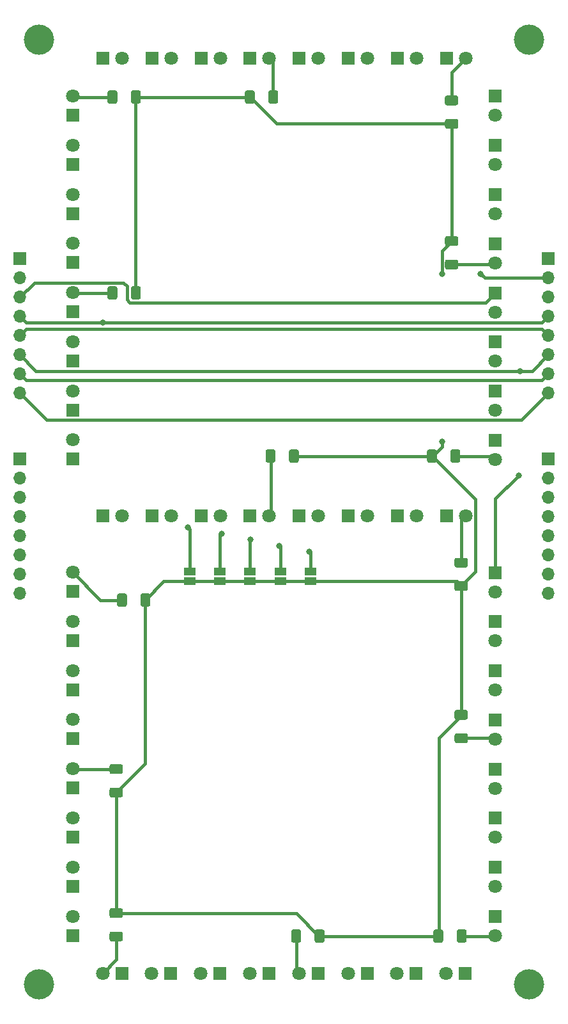
<source format=gbr>
%TF.GenerationSoftware,KiCad,Pcbnew,5.1.7-a382d34a8~87~ubuntu20.04.1*%
%TF.CreationDate,2020-10-21T09:53:45+02:00*%
%TF.ProjectId,7segment_part,37736567-6d65-46e7-945f-706172742e6b,rev?*%
%TF.SameCoordinates,Original*%
%TF.FileFunction,Copper,L1,Top*%
%TF.FilePolarity,Positive*%
%FSLAX46Y46*%
G04 Gerber Fmt 4.6, Leading zero omitted, Abs format (unit mm)*
G04 Created by KiCad (PCBNEW 5.1.7-a382d34a8~87~ubuntu20.04.1) date 2020-10-21 09:53:45*
%MOMM*%
%LPD*%
G01*
G04 APERTURE LIST*
%TA.AperFunction,ComponentPad*%
%ADD10C,1.800000*%
%TD*%
%TA.AperFunction,ComponentPad*%
%ADD11R,1.800000X1.800000*%
%TD*%
%TA.AperFunction,ComponentPad*%
%ADD12O,1.700000X1.700000*%
%TD*%
%TA.AperFunction,ComponentPad*%
%ADD13R,1.700000X1.700000*%
%TD*%
%TA.AperFunction,SMDPad,CuDef*%
%ADD14R,1.500000X1.000000*%
%TD*%
%TA.AperFunction,ViaPad*%
%ADD15C,4.000000*%
%TD*%
%TA.AperFunction,ViaPad*%
%ADD16C,0.800000*%
%TD*%
%TA.AperFunction,Conductor*%
%ADD17C,0.400000*%
%TD*%
G04 APERTURE END LIST*
%TO.P,Rg2,2*%
%TO.N,Net-(JP1-Pad1)*%
%TA.AperFunction,SMDPad,CuDef*%
G36*
G01*
X95875000Y-146202500D02*
X94625000Y-146202500D01*
G75*
G02*
X94375000Y-145952500I0J250000D01*
G01*
X94375000Y-145152500D01*
G75*
G02*
X94625000Y-144902500I250000J0D01*
G01*
X95875000Y-144902500D01*
G75*
G02*
X96125000Y-145152500I0J-250000D01*
G01*
X96125000Y-145952500D01*
G75*
G02*
X95875000Y-146202500I-250000J0D01*
G01*
G37*
%TD.AperFunction*%
%TO.P,Rg2,1*%
%TO.N,Net-(Dg8-Pad2)*%
%TA.AperFunction,SMDPad,CuDef*%
G36*
G01*
X95875000Y-149302500D02*
X94625000Y-149302500D01*
G75*
G02*
X94375000Y-149052500I0J250000D01*
G01*
X94375000Y-148252500D01*
G75*
G02*
X94625000Y-148002500I250000J0D01*
G01*
X95875000Y-148002500D01*
G75*
G02*
X96125000Y-148252500I0J-250000D01*
G01*
X96125000Y-149052500D01*
G75*
G02*
X95875000Y-149302500I-250000J0D01*
G01*
G37*
%TD.AperFunction*%
%TD*%
%TO.P,Rg1,2*%
%TO.N,Net-(JP1-Pad1)*%
%TA.AperFunction,SMDPad,CuDef*%
G36*
G01*
X121550000Y-149215000D02*
X121550000Y-147965000D01*
G75*
G02*
X121800000Y-147715000I250000J0D01*
G01*
X122600000Y-147715000D01*
G75*
G02*
X122850000Y-147965000I0J-250000D01*
G01*
X122850000Y-149215000D01*
G75*
G02*
X122600000Y-149465000I-250000J0D01*
G01*
X121800000Y-149465000D01*
G75*
G02*
X121550000Y-149215000I0J250000D01*
G01*
G37*
%TD.AperFunction*%
%TO.P,Rg1,1*%
%TO.N,Net-(Dg4-Pad2)*%
%TA.AperFunction,SMDPad,CuDef*%
G36*
G01*
X118450000Y-149215000D02*
X118450000Y-147965000D01*
G75*
G02*
X118700000Y-147715000I250000J0D01*
G01*
X119500000Y-147715000D01*
G75*
G02*
X119750000Y-147965000I0J-250000D01*
G01*
X119750000Y-149215000D01*
G75*
G02*
X119500000Y-149465000I-250000J0D01*
G01*
X118700000Y-149465000D01*
G75*
G02*
X118450000Y-149215000I0J250000D01*
G01*
G37*
%TD.AperFunction*%
%TD*%
%TO.P,Rf2,2*%
%TO.N,Net-(JP1-Pad1)*%
%TA.AperFunction,SMDPad,CuDef*%
G36*
G01*
X138582500Y-147965000D02*
X138582500Y-149215000D01*
G75*
G02*
X138332500Y-149465000I-250000J0D01*
G01*
X137532500Y-149465000D01*
G75*
G02*
X137282500Y-149215000I0J250000D01*
G01*
X137282500Y-147965000D01*
G75*
G02*
X137532500Y-147715000I250000J0D01*
G01*
X138332500Y-147715000D01*
G75*
G02*
X138582500Y-147965000I0J-250000D01*
G01*
G37*
%TD.AperFunction*%
%TO.P,Rf2,1*%
%TO.N,Net-(Df8-Pad2)*%
%TA.AperFunction,SMDPad,CuDef*%
G36*
G01*
X141682500Y-147965000D02*
X141682500Y-149215000D01*
G75*
G02*
X141432500Y-149465000I-250000J0D01*
G01*
X140632500Y-149465000D01*
G75*
G02*
X140382500Y-149215000I0J250000D01*
G01*
X140382500Y-147965000D01*
G75*
G02*
X140632500Y-147715000I250000J0D01*
G01*
X141432500Y-147715000D01*
G75*
G02*
X141682500Y-147965000I0J-250000D01*
G01*
G37*
%TD.AperFunction*%
%TD*%
%TO.P,Rf1,2*%
%TO.N,Net-(JP1-Pad1)*%
%TA.AperFunction,SMDPad,CuDef*%
G36*
G01*
X141595000Y-119967500D02*
X140345000Y-119967500D01*
G75*
G02*
X140095000Y-119717500I0J250000D01*
G01*
X140095000Y-118917500D01*
G75*
G02*
X140345000Y-118667500I250000J0D01*
G01*
X141595000Y-118667500D01*
G75*
G02*
X141845000Y-118917500I0J-250000D01*
G01*
X141845000Y-119717500D01*
G75*
G02*
X141595000Y-119967500I-250000J0D01*
G01*
G37*
%TD.AperFunction*%
%TO.P,Rf1,1*%
%TO.N,Net-(Df4-Pad2)*%
%TA.AperFunction,SMDPad,CuDef*%
G36*
G01*
X141595000Y-123067500D02*
X140345000Y-123067500D01*
G75*
G02*
X140095000Y-122817500I0J250000D01*
G01*
X140095000Y-122017500D01*
G75*
G02*
X140345000Y-121767500I250000J0D01*
G01*
X141595000Y-121767500D01*
G75*
G02*
X141845000Y-122017500I0J-250000D01*
G01*
X141845000Y-122817500D01*
G75*
G02*
X141595000Y-123067500I-250000J0D01*
G01*
G37*
%TD.AperFunction*%
%TD*%
%TO.P,Re2,2*%
%TO.N,Net-(JP1-Pad1)*%
%TA.AperFunction,SMDPad,CuDef*%
G36*
G01*
X98472500Y-104765000D02*
X98472500Y-103515000D01*
G75*
G02*
X98722500Y-103265000I250000J0D01*
G01*
X99522500Y-103265000D01*
G75*
G02*
X99772500Y-103515000I0J-250000D01*
G01*
X99772500Y-104765000D01*
G75*
G02*
X99522500Y-105015000I-250000J0D01*
G01*
X98722500Y-105015000D01*
G75*
G02*
X98472500Y-104765000I0J250000D01*
G01*
G37*
%TD.AperFunction*%
%TO.P,Re2,1*%
%TO.N,Net-(De8-Pad2)*%
%TA.AperFunction,SMDPad,CuDef*%
G36*
G01*
X95372500Y-104765000D02*
X95372500Y-103515000D01*
G75*
G02*
X95622500Y-103265000I250000J0D01*
G01*
X96422500Y-103265000D01*
G75*
G02*
X96672500Y-103515000I0J-250000D01*
G01*
X96672500Y-104765000D01*
G75*
G02*
X96422500Y-105015000I-250000J0D01*
G01*
X95622500Y-105015000D01*
G75*
G02*
X95372500Y-104765000I0J250000D01*
G01*
G37*
%TD.AperFunction*%
%TD*%
%TO.P,Re1,2*%
%TO.N,Net-(JP1-Pad1)*%
%TA.AperFunction,SMDPad,CuDef*%
G36*
G01*
X94625000Y-128952500D02*
X95875000Y-128952500D01*
G75*
G02*
X96125000Y-129202500I0J-250000D01*
G01*
X96125000Y-130002500D01*
G75*
G02*
X95875000Y-130252500I-250000J0D01*
G01*
X94625000Y-130252500D01*
G75*
G02*
X94375000Y-130002500I0J250000D01*
G01*
X94375000Y-129202500D01*
G75*
G02*
X94625000Y-128952500I250000J0D01*
G01*
G37*
%TD.AperFunction*%
%TO.P,Re1,1*%
%TO.N,Net-(De4-Pad2)*%
%TA.AperFunction,SMDPad,CuDef*%
G36*
G01*
X94625000Y-125852500D02*
X95875000Y-125852500D01*
G75*
G02*
X96125000Y-126102500I0J-250000D01*
G01*
X96125000Y-126902500D01*
G75*
G02*
X95875000Y-127152500I-250000J0D01*
G01*
X94625000Y-127152500D01*
G75*
G02*
X94375000Y-126902500I0J250000D01*
G01*
X94375000Y-126102500D01*
G75*
G02*
X94625000Y-125852500I250000J0D01*
G01*
G37*
%TD.AperFunction*%
%TD*%
%TO.P,Rd2,2*%
%TO.N,Net-(JP1-Pad1)*%
%TA.AperFunction,SMDPad,CuDef*%
G36*
G01*
X140345000Y-101647500D02*
X141595000Y-101647500D01*
G75*
G02*
X141845000Y-101897500I0J-250000D01*
G01*
X141845000Y-102697500D01*
G75*
G02*
X141595000Y-102947500I-250000J0D01*
G01*
X140345000Y-102947500D01*
G75*
G02*
X140095000Y-102697500I0J250000D01*
G01*
X140095000Y-101897500D01*
G75*
G02*
X140345000Y-101647500I250000J0D01*
G01*
G37*
%TD.AperFunction*%
%TO.P,Rd2,1*%
%TO.N,Net-(Dd8-Pad2)*%
%TA.AperFunction,SMDPad,CuDef*%
G36*
G01*
X140345000Y-98547500D02*
X141595000Y-98547500D01*
G75*
G02*
X141845000Y-98797500I0J-250000D01*
G01*
X141845000Y-99597500D01*
G75*
G02*
X141595000Y-99847500I-250000J0D01*
G01*
X140345000Y-99847500D01*
G75*
G02*
X140095000Y-99597500I0J250000D01*
G01*
X140095000Y-98797500D01*
G75*
G02*
X140345000Y-98547500I250000J0D01*
G01*
G37*
%TD.AperFunction*%
%TD*%
%TO.P,Rd1,2*%
%TO.N,Net-(JP1-Pad1)*%
%TA.AperFunction,SMDPad,CuDef*%
G36*
G01*
X118157500Y-85715000D02*
X118157500Y-84465000D01*
G75*
G02*
X118407500Y-84215000I250000J0D01*
G01*
X119207500Y-84215000D01*
G75*
G02*
X119457500Y-84465000I0J-250000D01*
G01*
X119457500Y-85715000D01*
G75*
G02*
X119207500Y-85965000I-250000J0D01*
G01*
X118407500Y-85965000D01*
G75*
G02*
X118157500Y-85715000I0J250000D01*
G01*
G37*
%TD.AperFunction*%
%TO.P,Rd1,1*%
%TO.N,Net-(Dd4-Pad2)*%
%TA.AperFunction,SMDPad,CuDef*%
G36*
G01*
X115057500Y-85715000D02*
X115057500Y-84465000D01*
G75*
G02*
X115307500Y-84215000I250000J0D01*
G01*
X116107500Y-84215000D01*
G75*
G02*
X116357500Y-84465000I0J-250000D01*
G01*
X116357500Y-85715000D01*
G75*
G02*
X116107500Y-85965000I-250000J0D01*
G01*
X115307500Y-85965000D01*
G75*
G02*
X115057500Y-85715000I0J250000D01*
G01*
G37*
%TD.AperFunction*%
%TD*%
%TO.P,Rc2,2*%
%TO.N,Net-(JP1-Pad1)*%
%TA.AperFunction,SMDPad,CuDef*%
G36*
G01*
X137747500Y-84465000D02*
X137747500Y-85715000D01*
G75*
G02*
X137497500Y-85965000I-250000J0D01*
G01*
X136697500Y-85965000D01*
G75*
G02*
X136447500Y-85715000I0J250000D01*
G01*
X136447500Y-84465000D01*
G75*
G02*
X136697500Y-84215000I250000J0D01*
G01*
X137497500Y-84215000D01*
G75*
G02*
X137747500Y-84465000I0J-250000D01*
G01*
G37*
%TD.AperFunction*%
%TO.P,Rc2,1*%
%TO.N,Net-(Dc8-Pad2)*%
%TA.AperFunction,SMDPad,CuDef*%
G36*
G01*
X140847500Y-84465000D02*
X140847500Y-85715000D01*
G75*
G02*
X140597500Y-85965000I-250000J0D01*
G01*
X139797500Y-85965000D01*
G75*
G02*
X139547500Y-85715000I0J250000D01*
G01*
X139547500Y-84465000D01*
G75*
G02*
X139797500Y-84215000I250000J0D01*
G01*
X140597500Y-84215000D01*
G75*
G02*
X140847500Y-84465000I0J-250000D01*
G01*
G37*
%TD.AperFunction*%
%TD*%
%TO.P,Rc1,2*%
%TO.N,Net-(JP1-Pad1)*%
%TA.AperFunction,SMDPad,CuDef*%
G36*
G01*
X140325000Y-57302500D02*
X139075000Y-57302500D01*
G75*
G02*
X138825000Y-57052500I0J250000D01*
G01*
X138825000Y-56252500D01*
G75*
G02*
X139075000Y-56002500I250000J0D01*
G01*
X140325000Y-56002500D01*
G75*
G02*
X140575000Y-56252500I0J-250000D01*
G01*
X140575000Y-57052500D01*
G75*
G02*
X140325000Y-57302500I-250000J0D01*
G01*
G37*
%TD.AperFunction*%
%TO.P,Rc1,1*%
%TO.N,Net-(Dc4-Pad2)*%
%TA.AperFunction,SMDPad,CuDef*%
G36*
G01*
X140325000Y-60402500D02*
X139075000Y-60402500D01*
G75*
G02*
X138825000Y-60152500I0J250000D01*
G01*
X138825000Y-59352500D01*
G75*
G02*
X139075000Y-59102500I250000J0D01*
G01*
X140325000Y-59102500D01*
G75*
G02*
X140575000Y-59352500I0J-250000D01*
G01*
X140575000Y-60152500D01*
G75*
G02*
X140325000Y-60402500I-250000J0D01*
G01*
G37*
%TD.AperFunction*%
%TD*%
%TO.P,Rb2,2*%
%TO.N,Net-(JP1-Pad1)*%
%TA.AperFunction,SMDPad,CuDef*%
G36*
G01*
X97202500Y-38217000D02*
X97202500Y-36967000D01*
G75*
G02*
X97452500Y-36717000I250000J0D01*
G01*
X98252500Y-36717000D01*
G75*
G02*
X98502500Y-36967000I0J-250000D01*
G01*
X98502500Y-38217000D01*
G75*
G02*
X98252500Y-38467000I-250000J0D01*
G01*
X97452500Y-38467000D01*
G75*
G02*
X97202500Y-38217000I0J250000D01*
G01*
G37*
%TD.AperFunction*%
%TO.P,Rb2,1*%
%TO.N,Net-(Db8-Pad2)*%
%TA.AperFunction,SMDPad,CuDef*%
G36*
G01*
X94102500Y-38217000D02*
X94102500Y-36967000D01*
G75*
G02*
X94352500Y-36717000I250000J0D01*
G01*
X95152500Y-36717000D01*
G75*
G02*
X95402500Y-36967000I0J-250000D01*
G01*
X95402500Y-38217000D01*
G75*
G02*
X95152500Y-38467000I-250000J0D01*
G01*
X94352500Y-38467000D01*
G75*
G02*
X94102500Y-38217000I0J250000D01*
G01*
G37*
%TD.AperFunction*%
%TD*%
%TO.P,Rb1,2*%
%TO.N,Net-(JP1-Pad1)*%
%TA.AperFunction,SMDPad,CuDef*%
G36*
G01*
X97202500Y-64125000D02*
X97202500Y-62875000D01*
G75*
G02*
X97452500Y-62625000I250000J0D01*
G01*
X98252500Y-62625000D01*
G75*
G02*
X98502500Y-62875000I0J-250000D01*
G01*
X98502500Y-64125000D01*
G75*
G02*
X98252500Y-64375000I-250000J0D01*
G01*
X97452500Y-64375000D01*
G75*
G02*
X97202500Y-64125000I0J250000D01*
G01*
G37*
%TD.AperFunction*%
%TO.P,Rb1,1*%
%TO.N,Net-(Db4-Pad2)*%
%TA.AperFunction,SMDPad,CuDef*%
G36*
G01*
X94102500Y-64125000D02*
X94102500Y-62875000D01*
G75*
G02*
X94352500Y-62625000I250000J0D01*
G01*
X95152500Y-62625000D01*
G75*
G02*
X95402500Y-62875000I0J-250000D01*
G01*
X95402500Y-64125000D01*
G75*
G02*
X95152500Y-64375000I-250000J0D01*
G01*
X94352500Y-64375000D01*
G75*
G02*
X94102500Y-64125000I0J250000D01*
G01*
G37*
%TD.AperFunction*%
%TD*%
%TO.P,Ra2,2*%
%TO.N,Net-(JP1-Pad1)*%
%TA.AperFunction,SMDPad,CuDef*%
G36*
G01*
X139075000Y-40487500D02*
X140325000Y-40487500D01*
G75*
G02*
X140575000Y-40737500I0J-250000D01*
G01*
X140575000Y-41537500D01*
G75*
G02*
X140325000Y-41787500I-250000J0D01*
G01*
X139075000Y-41787500D01*
G75*
G02*
X138825000Y-41537500I0J250000D01*
G01*
X138825000Y-40737500D01*
G75*
G02*
X139075000Y-40487500I250000J0D01*
G01*
G37*
%TD.AperFunction*%
%TO.P,Ra2,1*%
%TO.N,Net-(Da8-Pad2)*%
%TA.AperFunction,SMDPad,CuDef*%
G36*
G01*
X139075000Y-37387500D02*
X140325000Y-37387500D01*
G75*
G02*
X140575000Y-37637500I0J-250000D01*
G01*
X140575000Y-38437500D01*
G75*
G02*
X140325000Y-38687500I-250000J0D01*
G01*
X139075000Y-38687500D01*
G75*
G02*
X138825000Y-38437500I0J250000D01*
G01*
X138825000Y-37637500D01*
G75*
G02*
X139075000Y-37387500I250000J0D01*
G01*
G37*
%TD.AperFunction*%
%TD*%
%TO.P,Ra1,2*%
%TO.N,Net-(JP1-Pad1)*%
%TA.AperFunction,SMDPad,CuDef*%
G36*
G01*
X113617500Y-36967000D02*
X113617500Y-38217000D01*
G75*
G02*
X113367500Y-38467000I-250000J0D01*
G01*
X112567500Y-38467000D01*
G75*
G02*
X112317500Y-38217000I0J250000D01*
G01*
X112317500Y-36967000D01*
G75*
G02*
X112567500Y-36717000I250000J0D01*
G01*
X113367500Y-36717000D01*
G75*
G02*
X113617500Y-36967000I0J-250000D01*
G01*
G37*
%TD.AperFunction*%
%TO.P,Ra1,1*%
%TO.N,Net-(Da4-Pad2)*%
%TA.AperFunction,SMDPad,CuDef*%
G36*
G01*
X116717500Y-36967000D02*
X116717500Y-38217000D01*
G75*
G02*
X116467500Y-38467000I-250000J0D01*
G01*
X115667500Y-38467000D01*
G75*
G02*
X115417500Y-38217000I0J250000D01*
G01*
X115417500Y-36967000D01*
G75*
G02*
X115667500Y-36717000I250000J0D01*
G01*
X116467500Y-36717000D01*
G75*
G02*
X116717500Y-36967000I0J-250000D01*
G01*
G37*
%TD.AperFunction*%
%TD*%
D10*
%TO.P,De1,2*%
%TO.N,Net-(De1-Pad2)*%
X89500000Y-145960000D03*
D11*
%TO.P,De1,1*%
%TO.N,Net-(De1-Pad1)*%
X89500000Y-148500000D03*
%TD*%
D10*
%TO.P,Dg2,2*%
%TO.N,Net-(Dg2-Pad2)*%
X132460000Y-153500000D03*
D11*
%TO.P,Dg2,1*%
%TO.N,Net-(Dg1-Pad2)*%
X135000000Y-153500000D03*
%TD*%
D10*
%TO.P,De6,2*%
%TO.N,Net-(De6-Pad2)*%
X89500000Y-113460000D03*
D11*
%TO.P,De6,1*%
%TO.N,Net-(De5-Pad2)*%
X89500000Y-116000000D03*
%TD*%
D10*
%TO.P,Da5,2*%
%TO.N,Net-(Da5-Pad2)*%
X122040000Y-32500000D03*
D11*
%TO.P,Da5,1*%
%TO.N,Net-(Da1-Pad1)*%
X119500000Y-32500000D03*
%TD*%
%TO.P,Da1,1*%
%TO.N,Net-(Da1-Pad1)*%
X93500000Y-32500000D03*
D10*
%TO.P,Da1,2*%
%TO.N,Net-(Da1-Pad2)*%
X96040000Y-32500000D03*
%TD*%
D11*
%TO.P,Da2,1*%
%TO.N,Net-(Da1-Pad2)*%
X100000000Y-32500000D03*
D10*
%TO.P,Da2,2*%
%TO.N,Net-(Da2-Pad2)*%
X102540000Y-32500000D03*
%TD*%
%TO.P,Da3,2*%
%TO.N,Net-(Da3-Pad2)*%
X109040000Y-32500000D03*
D11*
%TO.P,Da3,1*%
%TO.N,Net-(Da2-Pad2)*%
X106500000Y-32500000D03*
%TD*%
%TO.P,Da4,1*%
%TO.N,Net-(Da3-Pad2)*%
X113000000Y-32500000D03*
D10*
%TO.P,Da4,2*%
%TO.N,Net-(Da4-Pad2)*%
X115540000Y-32500000D03*
%TD*%
D11*
%TO.P,Da6,1*%
%TO.N,Net-(Da5-Pad2)*%
X126000000Y-32500000D03*
D10*
%TO.P,Da6,2*%
%TO.N,Net-(Da6-Pad2)*%
X128540000Y-32500000D03*
%TD*%
%TO.P,Da7,2*%
%TO.N,Net-(Da7-Pad2)*%
X135040000Y-32500000D03*
D11*
%TO.P,Da7,1*%
%TO.N,Net-(Da6-Pad2)*%
X132500000Y-32500000D03*
%TD*%
%TO.P,Da8,1*%
%TO.N,Net-(Da7-Pad2)*%
X139000000Y-32500000D03*
D10*
%TO.P,Da8,2*%
%TO.N,Net-(Da8-Pad2)*%
X141540000Y-32500000D03*
%TD*%
%TO.P,Db1,2*%
%TO.N,Net-(Db1-Pad2)*%
X89500000Y-82960000D03*
D11*
%TO.P,Db1,1*%
%TO.N,Net-(Db1-Pad1)*%
X89500000Y-85500000D03*
%TD*%
%TO.P,Db2,1*%
%TO.N,Net-(Db1-Pad2)*%
X89500000Y-79000000D03*
D10*
%TO.P,Db2,2*%
%TO.N,Net-(Db2-Pad2)*%
X89500000Y-76460000D03*
%TD*%
%TO.P,Db3,2*%
%TO.N,Net-(Db3-Pad2)*%
X89500000Y-69960000D03*
D11*
%TO.P,Db3,1*%
%TO.N,Net-(Db2-Pad2)*%
X89500000Y-72500000D03*
%TD*%
%TO.P,Db4,1*%
%TO.N,Net-(Db3-Pad2)*%
X89500000Y-66000000D03*
D10*
%TO.P,Db4,2*%
%TO.N,Net-(Db4-Pad2)*%
X89500000Y-63460000D03*
%TD*%
%TO.P,Db5,2*%
%TO.N,Net-(Db5-Pad2)*%
X89500000Y-56960000D03*
D11*
%TO.P,Db5,1*%
%TO.N,Net-(Db1-Pad1)*%
X89500000Y-59500000D03*
%TD*%
%TO.P,Db6,1*%
%TO.N,Net-(Db5-Pad2)*%
X89500000Y-53000000D03*
D10*
%TO.P,Db6,2*%
%TO.N,Net-(Db6-Pad2)*%
X89500000Y-50460000D03*
%TD*%
%TO.P,Db7,2*%
%TO.N,Net-(Db7-Pad2)*%
X89500000Y-43960000D03*
D11*
%TO.P,Db7,1*%
%TO.N,Net-(Db6-Pad2)*%
X89500000Y-46500000D03*
%TD*%
%TO.P,Db8,1*%
%TO.N,Net-(Db7-Pad2)*%
X89500000Y-40000000D03*
D10*
%TO.P,Db8,2*%
%TO.N,Net-(Db8-Pad2)*%
X89500000Y-37460000D03*
%TD*%
D11*
%TO.P,Dc1,1*%
%TO.N,Net-(Dc1-Pad1)*%
X145500000Y-37500000D03*
D10*
%TO.P,Dc1,2*%
%TO.N,Net-(Dc1-Pad2)*%
X145500000Y-40040000D03*
%TD*%
%TO.P,Dc2,2*%
%TO.N,Net-(Dc2-Pad2)*%
X145500000Y-46540000D03*
D11*
%TO.P,Dc2,1*%
%TO.N,Net-(Dc1-Pad2)*%
X145500000Y-44000000D03*
%TD*%
D10*
%TO.P,Dc3,2*%
%TO.N,Net-(Dc3-Pad2)*%
X145500000Y-53040000D03*
D11*
%TO.P,Dc3,1*%
%TO.N,Net-(Dc2-Pad2)*%
X145500000Y-50500000D03*
%TD*%
%TO.P,Dc4,1*%
%TO.N,Net-(Dc3-Pad2)*%
X145500000Y-57000000D03*
D10*
%TO.P,Dc4,2*%
%TO.N,Net-(Dc4-Pad2)*%
X145500000Y-59540000D03*
%TD*%
%TO.P,Dc5,2*%
%TO.N,Net-(Dc5-Pad2)*%
X145500000Y-66040000D03*
D11*
%TO.P,Dc5,1*%
%TO.N,Net-(Dc1-Pad1)*%
X145500000Y-63500000D03*
%TD*%
%TO.P,Dc6,1*%
%TO.N,Net-(Dc5-Pad2)*%
X145500000Y-70000000D03*
D10*
%TO.P,Dc6,2*%
%TO.N,Net-(Dc6-Pad2)*%
X145500000Y-72540000D03*
%TD*%
%TO.P,Dc7,2*%
%TO.N,Net-(Dc7-Pad2)*%
X145500000Y-79040000D03*
D11*
%TO.P,Dc7,1*%
%TO.N,Net-(Dc6-Pad2)*%
X145500000Y-76500000D03*
%TD*%
D10*
%TO.P,Dc8,2*%
%TO.N,Net-(Dc8-Pad2)*%
X145500000Y-85540000D03*
D11*
%TO.P,Dc8,1*%
%TO.N,Net-(Dc7-Pad2)*%
X145500000Y-83000000D03*
%TD*%
%TO.P,Dd1,1*%
%TO.N,Net-(Dd1-Pad1)*%
X93500000Y-93000000D03*
D10*
%TO.P,Dd1,2*%
%TO.N,Net-(Dd1-Pad2)*%
X96040000Y-93000000D03*
%TD*%
%TO.P,Dd2,2*%
%TO.N,Net-(Dd2-Pad2)*%
X102540000Y-93000000D03*
D11*
%TO.P,Dd2,1*%
%TO.N,Net-(Dd1-Pad2)*%
X100000000Y-93000000D03*
%TD*%
%TO.P,Dd3,1*%
%TO.N,Net-(Dd2-Pad2)*%
X106500000Y-93000000D03*
D10*
%TO.P,Dd3,2*%
%TO.N,Net-(Dd3-Pad2)*%
X109040000Y-93000000D03*
%TD*%
%TO.P,Dd4,2*%
%TO.N,Net-(Dd4-Pad2)*%
X115540000Y-93000000D03*
D11*
%TO.P,Dd4,1*%
%TO.N,Net-(Dd3-Pad2)*%
X113000000Y-93000000D03*
%TD*%
%TO.P,Dd5,1*%
%TO.N,Net-(Dd1-Pad1)*%
X119500000Y-93000000D03*
D10*
%TO.P,Dd5,2*%
%TO.N,Net-(Dd5-Pad2)*%
X122040000Y-93000000D03*
%TD*%
%TO.P,Dd6,2*%
%TO.N,Net-(Dd6-Pad2)*%
X128540000Y-93000000D03*
D11*
%TO.P,Dd6,1*%
%TO.N,Net-(Dd5-Pad2)*%
X126000000Y-93000000D03*
%TD*%
%TO.P,Dd7,1*%
%TO.N,Net-(Dd6-Pad2)*%
X132500000Y-93000000D03*
D10*
%TO.P,Dd7,2*%
%TO.N,Net-(Dd7-Pad2)*%
X135040000Y-93000000D03*
%TD*%
%TO.P,Dd8,2*%
%TO.N,Net-(Dd8-Pad2)*%
X141540000Y-93000000D03*
D11*
%TO.P,Dd8,1*%
%TO.N,Net-(Dd7-Pad2)*%
X139000000Y-93000000D03*
%TD*%
D10*
%TO.P,De2,2*%
%TO.N,Net-(De2-Pad2)*%
X89500000Y-139460000D03*
D11*
%TO.P,De2,1*%
%TO.N,Net-(De1-Pad2)*%
X89500000Y-142000000D03*
%TD*%
%TO.P,De3,1*%
%TO.N,Net-(De2-Pad2)*%
X89500000Y-135500000D03*
D10*
%TO.P,De3,2*%
%TO.N,Net-(De3-Pad2)*%
X89500000Y-132960000D03*
%TD*%
%TO.P,De4,2*%
%TO.N,Net-(De4-Pad2)*%
X89500000Y-126460000D03*
D11*
%TO.P,De4,1*%
%TO.N,Net-(De3-Pad2)*%
X89500000Y-129000000D03*
%TD*%
%TO.P,De5,1*%
%TO.N,Net-(De1-Pad1)*%
X89500000Y-122500000D03*
D10*
%TO.P,De5,2*%
%TO.N,Net-(De5-Pad2)*%
X89500000Y-119960000D03*
%TD*%
D11*
%TO.P,De7,1*%
%TO.N,Net-(De6-Pad2)*%
X89500000Y-109500000D03*
D10*
%TO.P,De7,2*%
%TO.N,Net-(De7-Pad2)*%
X89500000Y-106960000D03*
%TD*%
%TO.P,De8,2*%
%TO.N,Net-(De8-Pad2)*%
X89500000Y-100460000D03*
D11*
%TO.P,De8,1*%
%TO.N,Net-(De7-Pad2)*%
X89500000Y-103000000D03*
%TD*%
%TO.P,Df1,1*%
%TO.N,Net-(Df1-Pad1)*%
X145500000Y-100500000D03*
D10*
%TO.P,Df1,2*%
%TO.N,Net-(Df1-Pad2)*%
X145500000Y-103040000D03*
%TD*%
%TO.P,Df2,2*%
%TO.N,Net-(Df2-Pad2)*%
X145500000Y-109540000D03*
D11*
%TO.P,Df2,1*%
%TO.N,Net-(Df1-Pad2)*%
X145500000Y-107000000D03*
%TD*%
%TO.P,Df3,1*%
%TO.N,Net-(Df2-Pad2)*%
X145500000Y-113500000D03*
D10*
%TO.P,Df3,2*%
%TO.N,Net-(Df3-Pad2)*%
X145500000Y-116040000D03*
%TD*%
%TO.P,Df4,2*%
%TO.N,Net-(Df4-Pad2)*%
X145500000Y-122540000D03*
D11*
%TO.P,Df4,1*%
%TO.N,Net-(Df3-Pad2)*%
X145500000Y-120000000D03*
%TD*%
%TO.P,Df5,1*%
%TO.N,Net-(Df1-Pad1)*%
X145500000Y-126500000D03*
D10*
%TO.P,Df5,2*%
%TO.N,Net-(Df5-Pad2)*%
X145500000Y-129040000D03*
%TD*%
%TO.P,Df6,2*%
%TO.N,Net-(Df6-Pad2)*%
X145500000Y-135540000D03*
D11*
%TO.P,Df6,1*%
%TO.N,Net-(Df5-Pad2)*%
X145500000Y-133000000D03*
%TD*%
%TO.P,Df7,1*%
%TO.N,Net-(Df6-Pad2)*%
X145500000Y-139500000D03*
D10*
%TO.P,Df7,2*%
%TO.N,Net-(Df7-Pad2)*%
X145500000Y-142040000D03*
%TD*%
%TO.P,Df8,2*%
%TO.N,Net-(Df8-Pad2)*%
X145500000Y-148540000D03*
D11*
%TO.P,Df8,1*%
%TO.N,Net-(Df7-Pad2)*%
X145500000Y-146000000D03*
%TD*%
%TO.P,Dg1,1*%
%TO.N,Net-(Dg1-Pad1)*%
X141500000Y-153500000D03*
D10*
%TO.P,Dg1,2*%
%TO.N,Net-(Dg1-Pad2)*%
X138960000Y-153500000D03*
%TD*%
D11*
%TO.P,Dg3,1*%
%TO.N,Net-(Dg2-Pad2)*%
X128500000Y-153500000D03*
D10*
%TO.P,Dg3,2*%
%TO.N,Net-(Dg3-Pad2)*%
X125960000Y-153500000D03*
%TD*%
%TO.P,Dg4,2*%
%TO.N,Net-(Dg4-Pad2)*%
X119460000Y-153500000D03*
D11*
%TO.P,Dg4,1*%
%TO.N,Net-(Dg3-Pad2)*%
X122000000Y-153500000D03*
%TD*%
%TO.P,Dg5,1*%
%TO.N,Net-(Dg1-Pad1)*%
X115500000Y-153500000D03*
D10*
%TO.P,Dg5,2*%
%TO.N,Net-(Dg5-Pad2)*%
X112960000Y-153500000D03*
%TD*%
D11*
%TO.P,Dg6,1*%
%TO.N,Net-(Dg5-Pad2)*%
X109000000Y-153500000D03*
D10*
%TO.P,Dg6,2*%
%TO.N,Net-(Dg6-Pad2)*%
X106460000Y-153500000D03*
%TD*%
D11*
%TO.P,Dg7,1*%
%TO.N,Net-(Dg6-Pad2)*%
X102500000Y-153500000D03*
D10*
%TO.P,Dg7,2*%
%TO.N,Net-(Dg7-Pad2)*%
X99960000Y-153500000D03*
%TD*%
%TO.P,Dg8,2*%
%TO.N,Net-(Dg8-Pad2)*%
X93460000Y-153500000D03*
D11*
%TO.P,Dg8,1*%
%TO.N,Net-(Dg7-Pad2)*%
X96000000Y-153500000D03*
%TD*%
D12*
%TO.P,J1,8*%
%TO.N,Net-(J1-Pad8)*%
X152500000Y-76780000D03*
%TO.P,J1,7*%
%TO.N,Net-(Dg1-Pad1)*%
X152500000Y-74240000D03*
%TO.P,J1,6*%
%TO.N,Net-(Df1-Pad1)*%
X152500000Y-71700000D03*
%TO.P,J1,5*%
%TO.N,Net-(De1-Pad1)*%
X152500000Y-69160000D03*
%TO.P,J1,4*%
%TO.N,Net-(Dd1-Pad1)*%
X152500000Y-66620000D03*
%TO.P,J1,3*%
%TO.N,Net-(Dc1-Pad1)*%
X152500000Y-64080000D03*
%TO.P,J1,2*%
%TO.N,Net-(Db1-Pad1)*%
X152500000Y-61540000D03*
D13*
%TO.P,J1,1*%
%TO.N,Net-(Da1-Pad1)*%
X152500000Y-59000000D03*
%TD*%
%TO.P,J2,1*%
%TO.N,Net-(Da1-Pad1)*%
X82500000Y-59000000D03*
D12*
%TO.P,J2,2*%
%TO.N,Net-(Db1-Pad1)*%
X82500000Y-61540000D03*
%TO.P,J2,3*%
%TO.N,Net-(Dc1-Pad1)*%
X82500000Y-64080000D03*
%TO.P,J2,4*%
%TO.N,Net-(Dd1-Pad1)*%
X82500000Y-66620000D03*
%TO.P,J2,5*%
%TO.N,Net-(De1-Pad1)*%
X82500000Y-69160000D03*
%TO.P,J2,6*%
%TO.N,Net-(Df1-Pad1)*%
X82500000Y-71700000D03*
%TO.P,J2,7*%
%TO.N,Net-(Dg1-Pad1)*%
X82500000Y-74240000D03*
%TO.P,J2,8*%
%TO.N,Net-(J1-Pad8)*%
X82500000Y-76780000D03*
%TD*%
D13*
%TO.P,J3,1*%
%TO.N,Net-(J3-Pad1)*%
X152500000Y-85500000D03*
D12*
%TO.P,J3,2*%
%TO.N,Net-(J3-Pad2)*%
X152500000Y-88040000D03*
%TO.P,J3,3*%
%TO.N,Net-(J3-Pad3)*%
X152500000Y-90580000D03*
%TO.P,J3,4*%
%TO.N,Net-(J3-Pad4)*%
X152500000Y-93120000D03*
%TO.P,J3,5*%
%TO.N,Net-(J3-Pad5)*%
X152500000Y-95660000D03*
%TO.P,J3,6*%
%TO.N,Net-(J3-Pad6)*%
X152500000Y-98200000D03*
%TO.P,J3,7*%
%TO.N,Net-(J3-Pad7)*%
X152500000Y-100740000D03*
%TO.P,J3,8*%
%TO.N,Net-(J3-Pad8)*%
X152500000Y-103280000D03*
%TD*%
%TO.P,J4,8*%
%TO.N,Net-(J3-Pad8)*%
X82500000Y-103280000D03*
%TO.P,J4,7*%
%TO.N,Net-(J3-Pad7)*%
X82500000Y-100740000D03*
%TO.P,J4,6*%
%TO.N,Net-(J3-Pad6)*%
X82500000Y-98200000D03*
%TO.P,J4,5*%
%TO.N,Net-(J3-Pad5)*%
X82500000Y-95660000D03*
%TO.P,J4,4*%
%TO.N,Net-(J3-Pad4)*%
X82500000Y-93120000D03*
%TO.P,J4,3*%
%TO.N,Net-(J3-Pad3)*%
X82500000Y-90580000D03*
%TO.P,J4,2*%
%TO.N,Net-(J3-Pad2)*%
X82500000Y-88040000D03*
D13*
%TO.P,J4,1*%
%TO.N,Net-(J3-Pad1)*%
X82500000Y-85500000D03*
%TD*%
D14*
%TO.P,JP1,1*%
%TO.N,Net-(JP1-Pad1)*%
X105000000Y-101650000D03*
%TO.P,JP1,2*%
%TO.N,Net-(J3-Pad1)*%
X105000000Y-100350000D03*
%TD*%
%TO.P,JP2,2*%
%TO.N,Net-(J3-Pad2)*%
X109000000Y-100350000D03*
%TO.P,JP2,1*%
%TO.N,Net-(JP1-Pad1)*%
X109000000Y-101650000D03*
%TD*%
%TO.P,JP3,1*%
%TO.N,Net-(JP1-Pad1)*%
X113000000Y-101650000D03*
%TO.P,JP3,2*%
%TO.N,Net-(J3-Pad3)*%
X113000000Y-100350000D03*
%TD*%
%TO.P,JP4,2*%
%TO.N,Net-(J3-Pad4)*%
X117000000Y-100350000D03*
%TO.P,JP4,1*%
%TO.N,Net-(JP1-Pad1)*%
X117000000Y-101650000D03*
%TD*%
%TO.P,JP5,2*%
%TO.N,Net-(J3-Pad5)*%
X121000000Y-100350000D03*
%TO.P,JP5,1*%
%TO.N,Net-(JP1-Pad1)*%
X121000000Y-101650000D03*
%TD*%
D15*
%TO.N,*%
X150000000Y-155000000D03*
X85000000Y-155000000D03*
X85000000Y-30000000D03*
X150000000Y-30000000D03*
D16*
%TO.N,Net-(J3-Pad1)*%
X104775000Y-94559989D03*
%TO.N,Net-(J3-Pad2)*%
X109220000Y-95359989D03*
%TO.N,Net-(J3-Pad3)*%
X113037510Y-96159989D03*
%TO.N,Net-(J3-Pad4)*%
X116840000Y-96959989D03*
%TO.N,Net-(J3-Pad5)*%
X120819979Y-97759989D03*
%TO.N,Net-(JP1-Pad1)*%
X138430000Y-60960000D03*
X138430000Y-83185000D03*
%TO.N,Net-(Db1-Pad1)*%
X143510000Y-60960000D03*
%TO.N,Net-(Dd1-Pad1)*%
X93504999Y-67469999D03*
%TO.N,Net-(Df1-Pad1)*%
X148590000Y-87630000D03*
X148770001Y-73840001D03*
%TD*%
D17*
%TO.N,Net-(J1-Pad8)*%
X148939999Y-80340001D02*
X152500000Y-76780000D01*
X86060001Y-80340001D02*
X148939999Y-80340001D01*
X82500000Y-76780000D02*
X86060001Y-80340001D01*
%TO.N,Net-(J3-Pad1)*%
X105000000Y-94784989D02*
X104775000Y-94559989D01*
X105000000Y-100350000D02*
X105000000Y-94784989D01*
%TO.N,Net-(J3-Pad2)*%
X109000000Y-95579989D02*
X109220000Y-95359989D01*
X109000000Y-100350000D02*
X109000000Y-95579989D01*
%TO.N,Net-(J3-Pad3)*%
X113000000Y-96197499D02*
X113037510Y-96159989D01*
X113000000Y-100350000D02*
X113000000Y-96197499D01*
%TO.N,Net-(J3-Pad4)*%
X117000000Y-97119989D02*
X116840000Y-96959989D01*
X117000000Y-100350000D02*
X117000000Y-97119989D01*
%TO.N,Net-(J3-Pad5)*%
X121000000Y-97940010D02*
X120819979Y-97759989D01*
X121000000Y-100350000D02*
X121000000Y-97940010D01*
%TO.N,Net-(JP1-Pad1)*%
X137995000Y-148590000D02*
X122137500Y-148590000D01*
X95250000Y-129540000D02*
X95250000Y-145615000D01*
X119162500Y-145615000D02*
X122137500Y-148590000D01*
X95250000Y-145615000D02*
X119162500Y-145615000D01*
X137995000Y-122355000D02*
X137995000Y-148590000D01*
X140970000Y-119380000D02*
X137995000Y-122355000D01*
X116513000Y-41075000D02*
X139700000Y-41075000D01*
X113030000Y-37592000D02*
X116513000Y-41075000D01*
X139700000Y-41075000D02*
X139700000Y-56715000D01*
X97790000Y-63500000D02*
X97790000Y-37592000D01*
X97790000Y-37592000D02*
X113030000Y-37592000D01*
X138424990Y-60954990D02*
X138430000Y-60960000D01*
X138424990Y-57990010D02*
X138424990Y-60954990D01*
X139700000Y-56715000D02*
X138424990Y-57990010D01*
X138430000Y-83820000D02*
X137160000Y-85090000D01*
X138430000Y-83185000D02*
X138430000Y-83820000D01*
X140970000Y-102235000D02*
X140970000Y-119380000D01*
X137160000Y-85090000D02*
X118745000Y-85090000D01*
X105000000Y-101650000D02*
X109000000Y-101650000D01*
X109000000Y-101650000D02*
X113000000Y-101650000D01*
X113000000Y-101650000D02*
X117000000Y-101650000D01*
X117000000Y-101650000D02*
X121000000Y-101650000D01*
X101550000Y-101650000D02*
X99060000Y-104140000D01*
X105000000Y-101650000D02*
X101550000Y-101650000D01*
X99060000Y-125730000D02*
X99060000Y-104140000D01*
X95250000Y-129540000D02*
X99060000Y-125730000D01*
X140385000Y-101650000D02*
X140970000Y-102235000D01*
X121000000Y-101650000D02*
X140385000Y-101650000D01*
X142840001Y-100364999D02*
X140970000Y-102235000D01*
X142840001Y-90770001D02*
X142840001Y-100364999D01*
X137160000Y-85090000D02*
X142840001Y-90770001D01*
%TO.N,Net-(Da4-Pad2)*%
X116005000Y-32965000D02*
X115540000Y-32500000D01*
X116005000Y-37592000D02*
X116005000Y-32965000D01*
%TO.N,Net-(Da8-Pad2)*%
X139700000Y-34340000D02*
X141540000Y-32500000D01*
X139700000Y-38100000D02*
X139700000Y-34340000D01*
%TO.N,Net-(Db1-Pad1)*%
X144090000Y-61540000D02*
X143510000Y-60960000D01*
X152500000Y-61540000D02*
X144090000Y-61540000D01*
%TO.N,Net-(Db4-Pad2)*%
X89540000Y-63500000D02*
X89500000Y-63460000D01*
X94815000Y-63500000D02*
X89540000Y-63500000D01*
%TO.N,Net-(Db8-Pad2)*%
X89632000Y-37592000D02*
X89500000Y-37460000D01*
X94815000Y-37592000D02*
X89632000Y-37592000D01*
%TO.N,Net-(Dc1-Pad1)*%
X96677490Y-64394246D02*
X97058254Y-64775010D01*
X96677490Y-62605754D02*
X96677490Y-64394246D01*
X97058254Y-64775010D02*
X144224990Y-64775010D01*
X96231735Y-62159999D02*
X96677490Y-62605754D01*
X144224990Y-64775010D02*
X145500000Y-63500000D01*
X84420001Y-62159999D02*
X96231735Y-62159999D01*
X82500000Y-64080000D02*
X84420001Y-62159999D01*
%TO.N,Net-(Dc4-Pad2)*%
X145350000Y-59690000D02*
X145500000Y-59540000D01*
X139700000Y-59690000D02*
X145350000Y-59690000D01*
%TO.N,Net-(Dc8-Pad2)*%
X145050000Y-85090000D02*
X145500000Y-85540000D01*
X140135000Y-85090000D02*
X145050000Y-85090000D01*
%TO.N,Net-(Dd1-Pad1)*%
X151650001Y-67469999D02*
X152500000Y-66620000D01*
X82500000Y-66620000D02*
X83349999Y-67469999D01*
X93504999Y-67469999D02*
X151650001Y-67469999D01*
X83349999Y-67469999D02*
X93504999Y-67469999D01*
%TO.N,Net-(Dd4-Pad2)*%
X115770000Y-92770000D02*
X115540000Y-93000000D01*
X115770000Y-85090000D02*
X115770000Y-92770000D01*
%TO.N,Net-(Dd8-Pad2)*%
X140970000Y-93570000D02*
X141540000Y-93000000D01*
X140970000Y-99260000D02*
X140970000Y-93570000D01*
%TO.N,Net-(De1-Pad1)*%
X83349999Y-68310001D02*
X82500000Y-69160000D01*
X151650001Y-68310001D02*
X83349999Y-68310001D01*
X152500000Y-69160000D02*
X151650001Y-68310001D01*
%TO.N,Net-(De4-Pad2)*%
X89605000Y-126565000D02*
X89500000Y-126460000D01*
X95250000Y-126565000D02*
X89605000Y-126565000D01*
%TO.N,Net-(De8-Pad2)*%
X93180000Y-104140000D02*
X89500000Y-100460000D01*
X96085000Y-104140000D02*
X93180000Y-104140000D01*
%TO.N,Net-(Df1-Pad1)*%
X150359999Y-73840001D02*
X152500000Y-71700000D01*
X82500000Y-71700000D02*
X84640001Y-73840001D01*
X149405001Y-73840001D02*
X150359999Y-73840001D01*
X145500000Y-90720000D02*
X148590000Y-87630000D01*
X145500000Y-100500000D02*
X145500000Y-90720000D01*
X148770001Y-73840001D02*
X149405001Y-73840001D01*
X84640001Y-73840001D02*
X148770001Y-73840001D01*
%TO.N,Net-(Df4-Pad2)*%
X145315000Y-122355000D02*
X145500000Y-122540000D01*
X140970000Y-122355000D02*
X145315000Y-122355000D01*
%TO.N,Net-(Df8-Pad2)*%
X145450000Y-148590000D02*
X145500000Y-148540000D01*
X140970000Y-148590000D02*
X145450000Y-148590000D01*
%TO.N,Net-(Dg1-Pad1)*%
X83349999Y-75089999D02*
X82500000Y-74240000D01*
X151650001Y-75089999D02*
X83349999Y-75089999D01*
X152500000Y-74240000D02*
X151650001Y-75089999D01*
%TO.N,Net-(Dg4-Pad2)*%
X119162500Y-153202500D02*
X119460000Y-153500000D01*
X119162500Y-148590000D02*
X119162500Y-153202500D01*
%TO.N,Net-(Dg8-Pad2)*%
X95250000Y-151710000D02*
X93460000Y-153500000D01*
X95250000Y-148590000D02*
X95250000Y-151710000D01*
%TD*%
M02*

</source>
